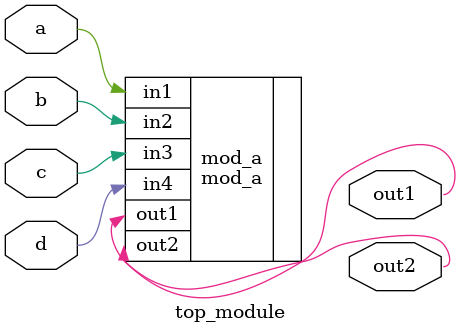
<source format=v>
module top_module(a,b,c,d,out1,out2);

input a,b,c,d;
output out1,out2;

mod_a mod_a(
.out1(out1),
.out2(out2),
.in1(a),
.in2(b),
.in3(c),
.in4(d)
);

endmodule
</source>
